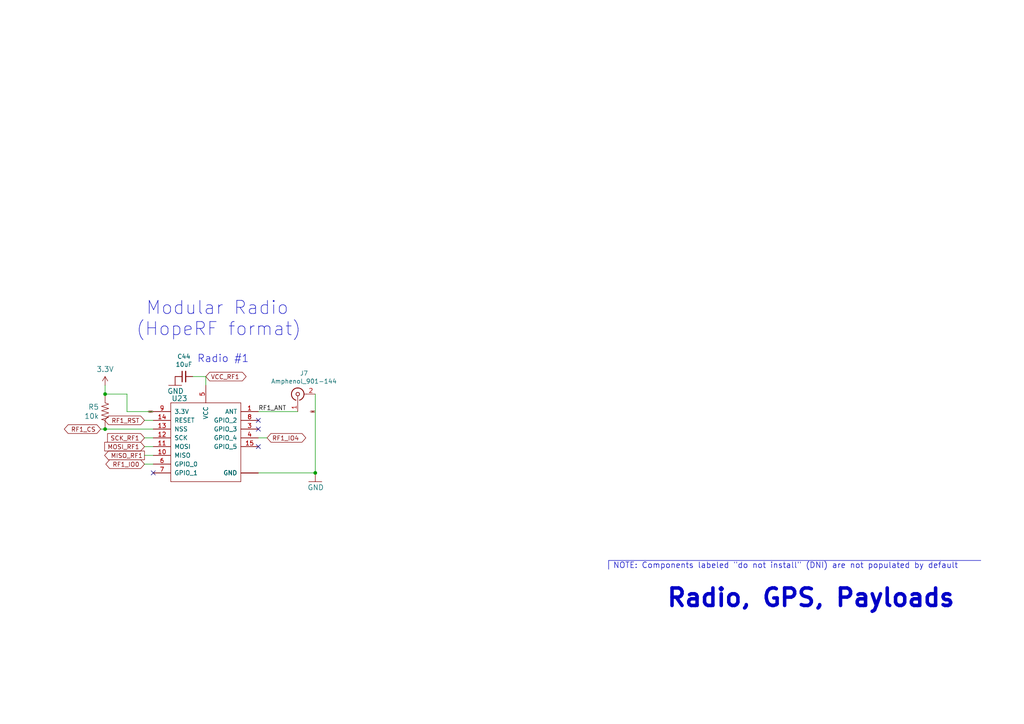
<source format=kicad_sch>
(kicad_sch (version 20230121) (generator eeschema)
  (paper "A4")
  (title_block (title "PyCubed Mainboard") (date "2021-06-09") (rev "v05c") (company "Max Holliday"))
  (lib_symbols
    (symbol "Connector:Conn_Coaxial" (pin_names (offset 1.016) hide)
      (property "Reference" "J" (at 0.254 3.048 0))
      (property "Value" "Conn_Coaxial" (at 2.921 0 90))
      (symbol "Conn_Coaxial_0_1"
        (arc (start -1.778 -0.508) (mid 0.2311 -1.8066) (end 1.778 0) (stroke (width 0.254)))
        (polyline (pts (xy -2.54 0) (xy -0.508 0)))
        (polyline (pts (xy 0 -2.54) (xy 0 -1.778)))
        (circle (center 0 0) (radius 0.508) (stroke (width 0.2032)))
        (arc (start 1.778 0) (mid 0.2099 1.8101) (end -1.778 0.508) (stroke (width 0.254)))
      )
      (symbol "Conn_Coaxial_1_1"
        (pin passive line (at -5.08 0 0) (length 2.54) (name "In") (number "1"))
        (pin passive line (at 0 -5.08 90) (length 2.54) (name "Ext") (number "2"))
      )
    )
    (symbol "Device:C_Small" (pin_numbers hide) (pin_names (offset 0.254) hide)
      (property "Reference" "C" (at 0.254 1.778 0))
      (property "Value" "C_Small" (at 0.254 -2.032 0))
      (symbol "C_Small_0_1"
        (polyline (pts (xy -1.524 -0.508) (xy 1.524 -0.508)) (stroke (width 0.3302)))
        (polyline (pts (xy -1.524 0.508) (xy 1.524 0.508)) (stroke (width 0.3048)))
      )
      (symbol "C_Small_1_1"
        (pin passive line (at 0 2.54 270) (length 2.032) (name "~") (number "1"))
        (pin passive line (at 0 -2.54 90) (length 2.032) (name "~") (number "2"))
      )
    )
    (symbol "mainboard:10KOHM-1_10W-1%(0603)0603" (pin_names (offset 1.016))
      (property "Reference" "R" (at -3.81 1.4986 0))
      (property "Value" "10KOHM-1_10W-1%(0603)0603" (at -3.81 -3.302 0))
      (symbol "10KOHM-1_10W-1%(0603)0603_1_0"
        (polyline (pts (xy -2.54 0) (xy -2.159 1.016)))
        (polyline (pts (xy -2.159 1.016) (xy -1.524 -1.016)))
        (polyline (pts (xy -1.524 -1.016) (xy -0.889 1.016)))
        (polyline (pts (xy -0.889 1.016) (xy -0.254 -1.016)))
        (polyline (pts (xy -0.254 -1.016) (xy 0.381 1.016)))
        (polyline (pts (xy 0.381 1.016) (xy 1.016 -1.016)))
        (polyline (pts (xy 1.016 -1.016) (xy 1.651 1.016)))
        (polyline (pts (xy 1.651 1.016) (xy 2.286 -1.016)))
        (polyline (pts (xy 2.286 -1.016) (xy 2.54 0)))
        (pin passive line (at -5.08 0 0) (length 2.54) (name "1") (number "1"))
        (pin passive line (at 5.08 0 180) (length 2.54) (name "2") (number "2"))
      )
    )
    (symbol "mainboard:3.3V" (power) (pin_names (offset 1.016))
      (property "Value" "3.3V" (at -1.016 3.556 0))
      (symbol "3.3V_1_0"
        (polyline (pts (xy 0 2.54) (xy -0.762 1.27)))
        (polyline (pts (xy 0.762 1.27) (xy 0 2.54)))
        (pin power_in line (at 0 0 90) (length 2.54) (name "3.3V") (number "1"))
      )
    )
    (symbol "mainboard:GND" (power) (pin_names (offset 1.016))
      (property "Value" "GND" (at -2.54 -2.54 0))
      (symbol "GND_1_0"
        (polyline (pts (xy -1.905 0) (xy 1.905 0)))
        (pin power_in line (at 0 2.54 270) (length 2.54) (name "GND") (number "1"))
      )
    )
    (symbol "mainboard:RFM98PW" (pin_names (offset 1.016))
      (property "Reference" "U" (at -7.62 10.16 0))
      (symbol "RFM98PW_0_0"
        (pin bidirectional line (at 17.78 -10.16 180) (length 5.08) hide (name "GND") (number "17"))
        (pin bidirectional line (at 2.54 15.24 270) (length 5.08) (name "VCC") (number "5"))
      )
      (symbol "RFM98PW_1_0"
        (polyline (pts (xy -7.62 -12.7) (xy -7.62 10.16)))
        (polyline (pts (xy -7.62 10.16) (xy 12.7 10.16)))
        (polyline (pts (xy 12.7 -12.7) (xy -7.62 -12.7)))
        (polyline (pts (xy 12.7 10.16) (xy 12.7 -12.7)))
        (pin bidirectional line (at 17.78 7.62 180) (length 5.08) (name "ANT") (number "1"))
        (pin bidirectional line (at -12.7 -5.08 0) (length 5.08) (name "MISO") (number "10"))
        (pin bidirectional line (at -12.7 -2.54 0) (length 5.08) (name "MOSI") (number "11"))
        (pin bidirectional line (at -12.7 0 0) (length 5.08) (name "SCK") (number "12"))
        (pin bidirectional line (at -12.7 2.54 0) (length 5.08) (name "NSS") (number "13"))
        (pin bidirectional line (at -12.7 5.08 0) (length 5.08) (name "RESET") (number "14"))
        (pin bidirectional line (at 17.78 -2.54 180) (length 5.08) (name "GPIO_5") (number "15"))
        (pin bidirectional line (at 17.78 -10.16 180) (length 5.08) (name "GND") (number "16"))
        (pin bidirectional line (at 17.78 -10.16 180) (length 5.08) (name "GND") (number "2"))
        (pin bidirectional line (at 17.78 2.54 180) (length 5.08) (name "GPIO_3") (number "3"))
        (pin bidirectional line (at 17.78 0 180) (length 5.08) (name "GPIO_4") (number "4"))
        (pin bidirectional line (at -12.7 -7.62 0) (length 5.08) (name "GPIO_0") (number "6"))
        (pin bidirectional line (at -12.7 -10.16 0) (length 5.08) (name "GPIO_1") (number "7"))
        (pin bidirectional line (at 17.78 5.08 180) (length 5.08) (name "GPIO_2") (number "8"))
        (pin power_in line (at -12.7 7.62 0) (length 5.08) (name "3.3V") (number "9"))
      )
    )
  )
  (junction (at 30.48 114.3))
  (junction (at 91.44 137.16))
  (junction (at 30.48 124.46))
  (no_connect (at 74.93 129.54))
  (no_connect (at 44.45 137.16))
  (no_connect (at 74.93 124.46))
  (no_connect (at 74.93 121.92))
  (wire (pts (xy 74.93 137.16) (xy 91.44 137.16)))
  (wire (pts (xy 29.21 124.46) (xy 30.48 124.46)))
  (wire (pts (xy 36.83 119.38) (xy 36.83 114.3)))
  (wire (pts (xy 30.48 114.3) (xy 30.48 111.76)))
  (polyline (pts (xy 176.53 162.56) (xy 284.48 162.56)))
  (wire (pts (xy 30.48 124.46) (xy 44.45 124.46)))
  (wire (pts (xy 59.69 109.22) (xy 55.88 109.22)))
  (wire (pts (xy 77.47 127) (xy 74.93 127)))
  (wire (pts (xy 59.69 109.22) (xy 59.69 111.76)))
  (wire (pts (xy 41.91 134.62) (xy 44.45 134.62)))
  (wire (pts (xy 74.93 119.38) (xy 86.36 119.38)))
  (wire (pts (xy 44.45 129.54) (xy 41.91 129.54)))
  (wire (pts (xy 44.45 121.92) (xy 41.91 121.92)))
  (wire (pts (xy 44.45 119.38) (xy 36.83 119.38)))
  (wire (pts (xy 36.83 114.3) (xy 30.48 114.3)))
  (wire (pts (xy 44.45 132.08) (xy 41.91 132.08)))
  (wire (pts (xy 44.45 127) (xy 41.91 127)))
  (wire (pts (xy 91.44 114.3) (xy 91.44 137.16)))
  (polyline (pts (xy 176.53 165.1) (xy 176.53 162.56)))
  (text "Radio #1" (at 57.15 105.41 0) (effects (font (size 2.159 2.159)) (justify left bottom)))
  (text " Modular Radio \n(HopeRF format)" (at 39.37 97.79 0) (effects (font (size 3.81 3.81)) (justify left bottom)))
  (text "NOTE: Components labeled \"do not install\" (DNI) are not populated by default" (at 177.8 165.1 0) (effects (font (size 1.651 1.651)) (justify left bottom)))
  (text "Radio, GPS, Payloads" (at 193.04 176.53 0) (effects (font (size 5.08 5.08) (thickness 1.016) bold) (justify left bottom)))
  (label "RF1_ANT" (at 74.93 119.38 0))
  (global_label "RF1_IO4" (shape bidirectional) (at 77.47 127 0) (property "Intersheetrefs" "${INTERSHEET_REFS}" (effects hide)))
  (global_label "MOSI_RF1" (shape input) (at 41.91 129.54 180) (property "Intersheetrefs" "${INTERSHEET_REFS}" (effects hide)))
  (global_label "RF1_IO0" (shape bidirectional) (at 41.91 134.62 180) (property "Intersheetrefs" "${INTERSHEET_REFS}" (effects hide)))
  (global_label "VCC_RF1" (shape bidirectional) (at 59.69 109.22 0) (property "Intersheetrefs" "${INTERSHEET_REFS}" (effects hide)))
  (global_label "RF1_RST" (shape bidirectional) (at 41.91 121.92 180) (property "Intersheetrefs" "${INTERSHEET_REFS}" (effects hide)))
  (global_label "SCK_RF1" (shape input) (at 41.91 127 180) (property "Intersheetrefs" "${INTERSHEET_REFS}" (effects hide)))
  (global_label "GND" (shape bidirectional) (at 91.44 119.38 180) (effects (font (size 0.254 0.254))) (property "Intersheetrefs" "${INTERSHEET_REFS}" (effects hide)))
  (global_label "MISO_RF1" (shape output) (at 41.91 132.08 180) (property "Intersheetrefs" "${INTERSHEET_REFS}" (effects hide)))
  (global_label "RF1_CS" (shape bidirectional) (at 29.21 124.46 180) (property "Intersheetrefs" "${INTERSHEET_REFS}" (effects hide)))
  (global_label "3.3V" (shape bidirectional) (at 44.45 119.38 180) (effects (font (size 0.254 0.254))) (property "Intersheetrefs" "${INTERSHEET_REFS}" (effects hide)))
  (symbol (lib_id "Connector:Conn_Coaxial") (at 86.36 114.3 90) (unit 1)
    (property "Reference" "J7" (at 88.1634 108.2802 90))
    (property "Value" "Amphenol_901-144" (at 88.1634 110.5916 90))
    (property "Footprint" "mainboard:SMA_901-144-horizontal" (effects hide))
    (property "Datasheet" "https://www.amphenolrf.com/library/download/link/link_id/593640/parent/901-144/" (effects hide))
    (property "Description" "Amphenol RF SMA " (effects hide))
    (property "Flight" "901-144" (effects hide))
    (property "Manufacturer_Name" "Amphenol" (effects hide))
    (property "Manufacturer_Part_Number" "901-144" (effects hide))
    (property "Proto" "901-144" (effects hide))
  )
  (symbol (lib_id "mainboard:RFM98PW") (at 57.15 127 0) (unit 1)
    (property "Reference" "U23" (at 52.07 115.57 0) (effects (font (size 1.4986 1.4986))))
    (property "Value" "RFM98PW" (effects hide))
    (property "Footprint" "mainboard:RFM98PW" (effects hide))
    (property "Datasheet" "433 MHz 1W Radio" (effects hide))
    (property "Description" "433 MHz 1W Radio" (effects hide))
    (property "Flight" "RFM98PW" (effects hide))
    (property "Manufacturer_Name" "HopeRF" (effects hide))
    (property "Manufacturer_Part_Number" "RFM98PW" (effects hide))
    (property "Proto" "RFM98PW" (effects hide))
  )
  (symbol (lib_id "mainboard:GND") (at 91.44 139.7 0) (mirror y) (unit 1)
    (property "Reference" "#GND0103" (effects hide))
    (property "Value" "GND" (at 93.98 142.24 0) (effects (font (size 1.4986 1.4986)) (justify left bottom)))
  )
  (symbol (lib_id "mainboard:10KOHM-1_10W-1%(0603)0603") (at 30.48 119.38 270) (unit 1)
    (property "Reference" "R5" (at 28.7528 118.0338 90) (effects (font (size 1.4986 1.4986)) (justify right)))
    (property "Value" "10k" (at 28.7528 120.7008 90) (effects (font (size 1.4986 1.4986)) (justify right)))
    (property "Footprint" "Resistor_SMD:R_0603_1608Metric" (effects hide))
    (property "Description" "10k 0603" (effects hide))
  )
  (symbol (lib_id "mainboard:3.3V") (at 30.48 111.76 0) (unit 1)
    (property "Reference" "#SUPPLY0109" (effects hide))
    (property "Value" "3.3V" (at 27.94 107.95 0) (effects (font (size 1.4986 1.4986)) (justify left bottom)))
  )
  (symbol (lib_id "Device:C_Small") (at 53.34 109.22 90) (unit 1)
    (property "Reference" "C44" (at 53.34 103.4034 90))
    (property "Value" "10uF" (at 53.34 105.7148 90))
    (property "Footprint" "Capacitor_SMD:C_0603_1608Metric" (effects hide))
    (property "Description" "10uF +-20% 10V X5R" (effects hide))
  )
  (symbol (lib_id "mainboard:GND") (at 50.8 111.76 0) (mirror y) (unit 1)
    (property "Reference" "#GND036" (effects hide))
    (property "Value" "GND" (at 53.34 114.3 0) (effects (font (size 1.4986 1.4986)) (justify left bottom)))
  )
)
</source>
